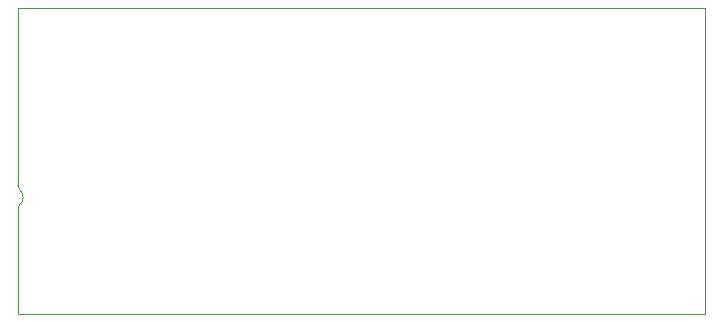
<source format=gbr>
%TF.GenerationSoftware,KiCad,Pcbnew,6.0.2-378541a8eb~116~ubuntu20.04.1*%
%TF.CreationDate,2022-02-24T19:36:30+01:00*%
%TF.ProjectId,Scale,5363616c-652e-46b6-9963-61645f706362,rev?*%
%TF.SameCoordinates,Original*%
%TF.FileFunction,Profile,NP*%
%FSLAX46Y46*%
G04 Gerber Fmt 4.6, Leading zero omitted, Abs format (unit mm)*
G04 Created by KiCad (PCBNEW 6.0.2-378541a8eb~116~ubuntu20.04.1) date 2022-02-24 19:36:30*
%MOMM*%
%LPD*%
G01*
G04 APERTURE LIST*
%TA.AperFunction,Profile*%
%ADD10C,0.100000*%
%TD*%
%TA.AperFunction,Profile*%
%ADD11C,0.050000*%
%TD*%
G04 APERTURE END LIST*
D10*
X96520000Y-46736000D02*
X96500000Y-60786000D01*
X154686000Y-72644000D02*
X154686000Y-46736000D01*
X96520000Y-72644000D02*
X154686000Y-72644000D01*
X154686000Y-46736000D02*
X96520000Y-46736000D01*
X96500000Y-66786000D02*
X96520000Y-72644000D01*
D11*
%TO.C,J2*%
X96500000Y-63786000D02*
X96500000Y-66786000D01*
X96500000Y-60786000D02*
X96500000Y-61786000D01*
X96646447Y-63432447D02*
G75*
G03*
X96646447Y-62139553I-548228J646447D01*
G01*
X96500000Y-61786000D02*
G75*
G03*
X96646447Y-62139553I499992J-2D01*
G01*
X96646447Y-63432447D02*
G75*
G03*
X96500000Y-63786000I353545J-353551D01*
G01*
%TD*%
M02*

</source>
